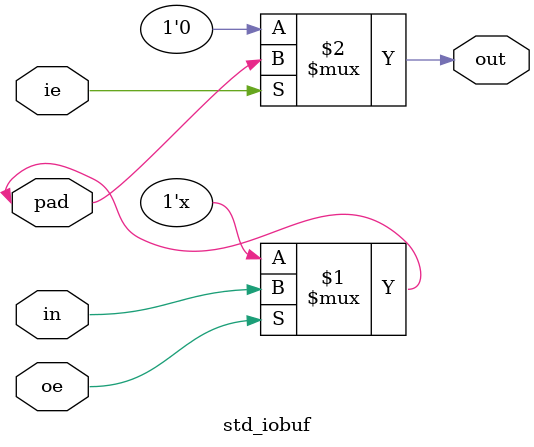
<source format=sv>

module std_iobuf #(parameter N    = 1 /* BUS WIDTH*/)
(
	//DATA
	input [N-1:0]  ie, //input enable
	input [N-1:0]  oe, //output enable
	output [N-1:0] out,//output to core
	input [N-1:0]  in, //input from core
	//BIDIRECTIONAL PAD
	inout [N-1:0]  pad
);

genvar 	   i;
generate
	
	//TODO: Model power signals
	for (i = 0; i < N; i = i + 1) begin : gen_buf
		assign pad[i] = oe[i] ? in[i] : 1'bZ;
		assign out[i] = ie[i] ? pad[i] : 1'b0;
	end
	
endgenerate

endmodule // std_iobuf



</source>
